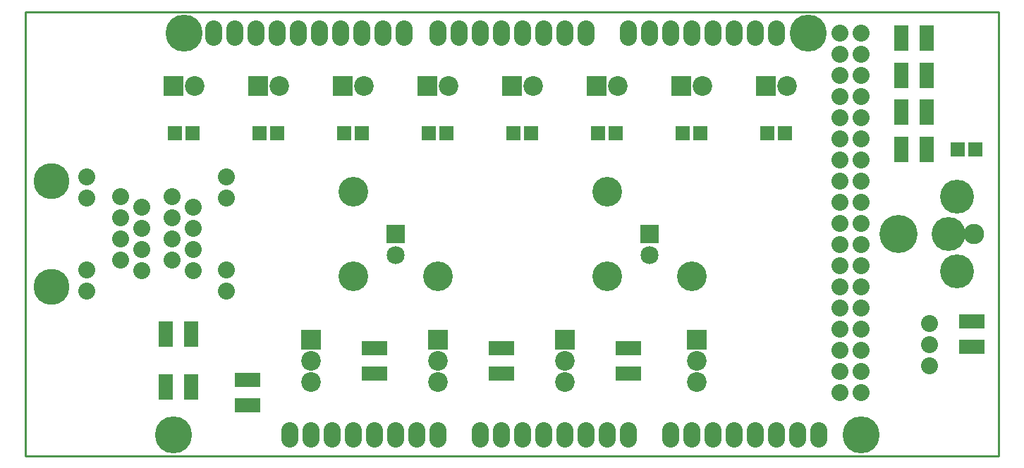
<source format=gts>
G04 (created by PCBNEW-RS274X (2011-05-25)-stable) date Wed 09 Oct 2013 04:42:06 PM EDT*
G01*
G70*
G90*
%MOIN*%
G04 Gerber Fmt 3.4, Leading zero omitted, Abs format*
%FSLAX34Y34*%
G04 APERTURE LIST*
%ADD10C,0.006000*%
%ADD11C,0.009000*%
%ADD12C,0.096000*%
%ADD13C,0.160000*%
%ADD14C,0.180000*%
%ADD15C,0.175000*%
%ADD16O,0.080000X0.120000*%
%ADD17C,0.080000*%
%ADD18R,0.120000X0.070000*%
%ADD19R,0.070000X0.120000*%
%ADD20R,0.067000X0.067000*%
%ADD21C,0.093000*%
%ADD22R,0.093000X0.093000*%
%ADD23C,0.170000*%
%ADD24C,0.140000*%
%ADD25R,0.085000X0.085000*%
%ADD26C,0.085000*%
G04 APERTURE END LIST*
G54D10*
G54D11*
X89500Y-51500D02*
X43500Y-51500D01*
X43500Y-30500D02*
X89500Y-30500D01*
X43500Y-30500D02*
X43500Y-51500D01*
X89500Y-51500D02*
X89500Y-30500D01*
G54D12*
X88320Y-41000D03*
G54D13*
X87140Y-41000D03*
G54D14*
X84780Y-41000D03*
G54D13*
X87530Y-39230D03*
X87530Y-42770D03*
G54D15*
X50500Y-50500D03*
X51000Y-31500D03*
X83000Y-50500D03*
X80500Y-31500D03*
G54D16*
X56000Y-50500D03*
X57000Y-50500D03*
X58000Y-50500D03*
X59000Y-50500D03*
X60000Y-50500D03*
X61000Y-50500D03*
X62000Y-50500D03*
X63000Y-50500D03*
X65000Y-50500D03*
X66000Y-50500D03*
X67000Y-50500D03*
X68000Y-50500D03*
X69000Y-50500D03*
X70000Y-50500D03*
X71000Y-50500D03*
X72000Y-50500D03*
X74000Y-50500D03*
X75000Y-50500D03*
X76000Y-50500D03*
X77000Y-50500D03*
X78000Y-50500D03*
X79000Y-50500D03*
X80000Y-50500D03*
X81000Y-50500D03*
X52400Y-31500D03*
X53400Y-31500D03*
X54400Y-31500D03*
X55400Y-31500D03*
X56400Y-31500D03*
X57400Y-31500D03*
X58400Y-31500D03*
X59400Y-31500D03*
X60400Y-31500D03*
X61400Y-31500D03*
X63000Y-31500D03*
X70000Y-31500D03*
X69000Y-31500D03*
X68000Y-31500D03*
X67000Y-31500D03*
X66000Y-31500D03*
X65000Y-31500D03*
X64000Y-31500D03*
X72000Y-31500D03*
X73000Y-31500D03*
X74000Y-31500D03*
X75000Y-31500D03*
X76000Y-31500D03*
X77000Y-31500D03*
X78000Y-31500D03*
X79000Y-31500D03*
G54D17*
X82000Y-31500D03*
X83000Y-31500D03*
X82000Y-32500D03*
X83000Y-32500D03*
X82000Y-33500D03*
X83000Y-33500D03*
X82000Y-34500D03*
X83000Y-34500D03*
X82000Y-35500D03*
X83000Y-35500D03*
X82000Y-36500D03*
X83000Y-36500D03*
X82000Y-37500D03*
X83000Y-37500D03*
X82000Y-38500D03*
X83000Y-38500D03*
X82000Y-39500D03*
X83000Y-39500D03*
X82000Y-40500D03*
X83000Y-40500D03*
X82000Y-41500D03*
X83000Y-41500D03*
X82000Y-42500D03*
X83000Y-42500D03*
X82000Y-43500D03*
X83000Y-43500D03*
X82000Y-44500D03*
X83000Y-44500D03*
X82000Y-45500D03*
X83000Y-45500D03*
X82000Y-46500D03*
X83000Y-46500D03*
X82000Y-47500D03*
X83000Y-47500D03*
X82000Y-48500D03*
X83000Y-48500D03*
G54D18*
X60000Y-46400D03*
X60000Y-47600D03*
G54D19*
X84900Y-35250D03*
X86100Y-35250D03*
X84900Y-37000D03*
X86100Y-37000D03*
G54D18*
X66000Y-46400D03*
X66000Y-47600D03*
G54D19*
X84900Y-33500D03*
X86100Y-33500D03*
X84900Y-31750D03*
X86100Y-31750D03*
G54D18*
X72000Y-46400D03*
X72000Y-47600D03*
G54D20*
X55415Y-36250D03*
X54585Y-36250D03*
X87585Y-37000D03*
X88415Y-37000D03*
X51415Y-36250D03*
X50585Y-36250D03*
X79415Y-36250D03*
X78585Y-36250D03*
X75415Y-36250D03*
X74585Y-36250D03*
X59415Y-36250D03*
X58585Y-36250D03*
X63415Y-36250D03*
X62585Y-36250D03*
X67415Y-36250D03*
X66585Y-36250D03*
X71415Y-36250D03*
X70585Y-36250D03*
G54D21*
X69000Y-47000D03*
X69000Y-48000D03*
G54D22*
X69000Y-46000D03*
G54D21*
X75250Y-47000D03*
X75250Y-48000D03*
G54D22*
X75250Y-46000D03*
G54D21*
X63000Y-47000D03*
X63000Y-48000D03*
G54D22*
X63000Y-46000D03*
G54D21*
X57000Y-47000D03*
X57000Y-48000D03*
G54D22*
X57000Y-46000D03*
G54D21*
X51500Y-34000D03*
G54D22*
X50500Y-34000D03*
G54D21*
X55500Y-34000D03*
G54D22*
X54500Y-34000D03*
G54D21*
X59500Y-34000D03*
G54D22*
X58500Y-34000D03*
G54D21*
X63500Y-34000D03*
G54D22*
X62500Y-34000D03*
G54D21*
X67500Y-34000D03*
G54D22*
X66500Y-34000D03*
G54D21*
X71500Y-34000D03*
G54D22*
X70500Y-34000D03*
G54D21*
X75500Y-34000D03*
G54D22*
X74500Y-34000D03*
G54D21*
X79500Y-34000D03*
G54D22*
X78500Y-34000D03*
G54D18*
X88250Y-45150D03*
X88250Y-46350D03*
G54D19*
X51350Y-48250D03*
X50150Y-48250D03*
G54D18*
X54000Y-49100D03*
X54000Y-47900D03*
G54D19*
X50150Y-45750D03*
X51350Y-45750D03*
G54D23*
X44750Y-38500D03*
X44750Y-43500D03*
G54D17*
X46400Y-38300D03*
X46400Y-39300D03*
X46400Y-42700D03*
X46400Y-43700D03*
X48000Y-39250D03*
X48000Y-40250D03*
X48000Y-41250D03*
X48000Y-42250D03*
X49000Y-39750D03*
X49000Y-40750D03*
X49000Y-41750D03*
X49000Y-42750D03*
X50450Y-39250D03*
X50450Y-40250D03*
X51450Y-39750D03*
X51450Y-40750D03*
X50450Y-41250D03*
X51450Y-41750D03*
X50450Y-42250D03*
X51450Y-42750D03*
X53000Y-38300D03*
X53000Y-39300D03*
X53000Y-42700D03*
X53000Y-43700D03*
X86250Y-46250D03*
X86250Y-45250D03*
X86250Y-47250D03*
G54D24*
X59000Y-43000D03*
X59000Y-39000D03*
G54D25*
X61000Y-41000D03*
G54D26*
X61000Y-42000D03*
G54D24*
X63000Y-43000D03*
X71000Y-43000D03*
X71000Y-39000D03*
G54D25*
X73000Y-41000D03*
G54D26*
X73000Y-42000D03*
G54D24*
X75000Y-43000D03*
M02*

</source>
